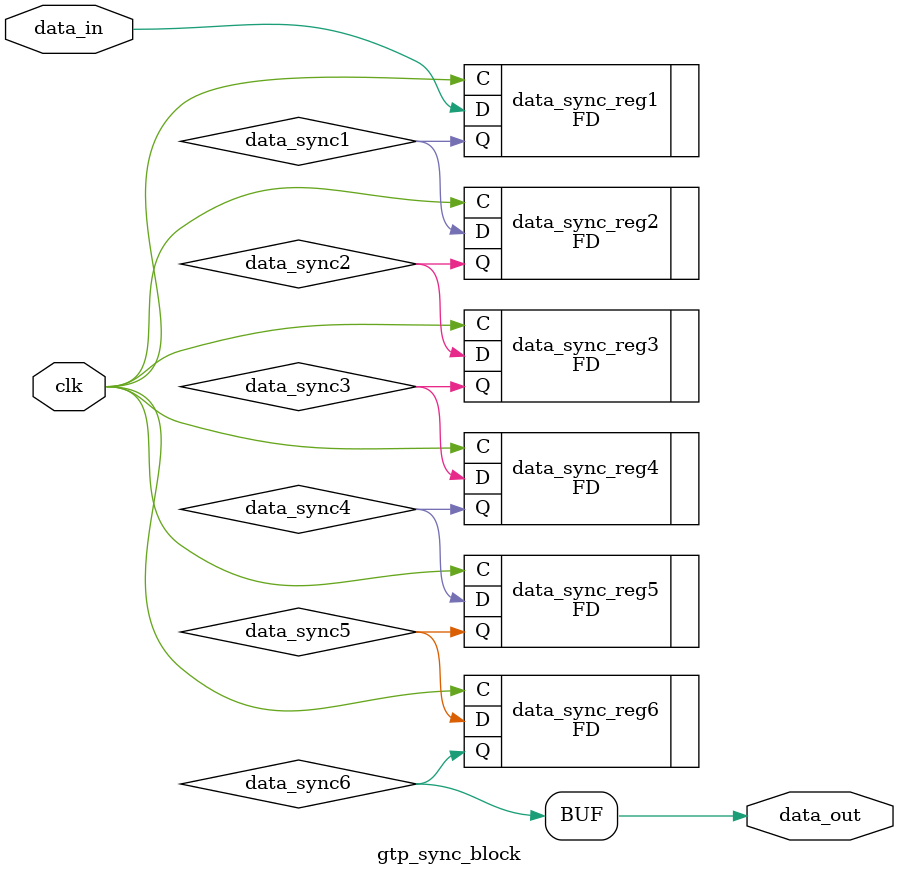
<source format=v>




`timescale 1ps / 1ps

//(* dont_touch = "yes" *)
module gtp_sync_block #(
  parameter INITIALISE = 6'b000000
)
(
  input        clk,              // clock to be sync'ed to
  input        data_in,          // Data to be 'synced'
  output       data_out          // synced data
);

  // Internal Signals
  wire data_sync1;
  wire data_sync2;
  wire data_sync3;
  wire data_sync4;
  wire data_sync5;
  wire data_sync6;


  (* shreg_extract = "no", ASYNC_REG = "TRUE" *)
  FD #(
    .INIT (INITIALISE[0])
  ) data_sync_reg1 (
    .C  (clk),
    .D  (data_in),
    .Q  (data_sync1)
  );


  (* shreg_extract = "no", ASYNC_REG = "TRUE" *)
  FD #(
   .INIT (INITIALISE[1])
  ) data_sync_reg2 (
  .C  (clk),
  .D  (data_sync1),
  .Q  (data_sync2)
  );


  (* shreg_extract = "no", ASYNC_REG = "TRUE" *)
  FD #(
   .INIT (INITIALISE[2])
  ) data_sync_reg3 (
  .C  (clk),
  .D  (data_sync2),
  .Q  (data_sync3)
  );

  (* shreg_extract = "no", ASYNC_REG = "TRUE" *)
  FD #(
   .INIT (INITIALISE[3])
  ) data_sync_reg4 (
  .C  (clk),
  .D  (data_sync3),
  .Q  (data_sync4)
  );

  (* shreg_extract = "no", ASYNC_REG = "TRUE" *)
  FD #(
   .INIT (INITIALISE[4])
  ) data_sync_reg5 (
  .C  (clk),
  .D  (data_sync4),
  .Q  (data_sync5)
  );

  (* shreg_extract = "no", ASYNC_REG = "TRUE" *)
  FD #(
   .INIT (INITIALISE[5])
  ) data_sync_reg6 (
  .C  (clk),
  .D  (data_sync5),
  .Q  (data_sync6)
  );
  assign data_out = data_sync6;



endmodule

</source>
